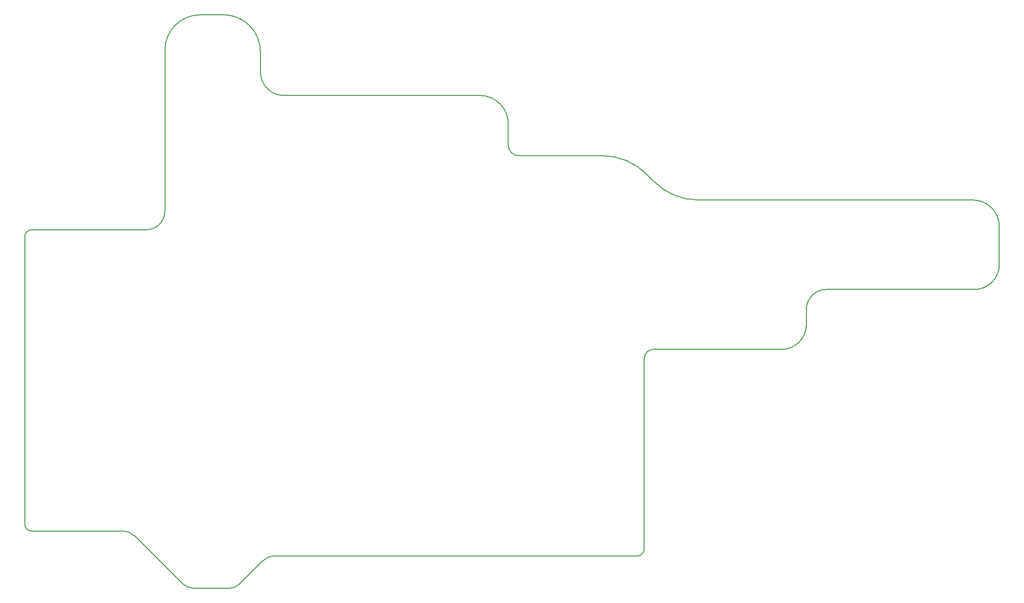
<source format=gko>
G04*
G04 #@! TF.GenerationSoftware,Altium Limited,Altium Designer,21.3.2 (30)*
G04*
G04 Layer_Color=16711935*
%FSTAX25Y25*%
%MOIN*%
G70*
G04*
G04 #@! TF.SameCoordinates,48149F28-A3BA-4D36-B73A-A2ABBD85C276*
G04*
G04*
G04 #@! TF.FilePolarity,Positive*
G04*
G01*
G75*
%ADD14C,0.00500*%
D14*
X0712217Y03072D02*
G03*
X07303Y0325283I0J0018083D01*
G01*
X05729Y02639D02*
G03*
X05908Y02818I0J00179D01*
G01*
X0475176Y0390824D02*
G03*
X0443366Y0404I-003181J-003181D01*
G01*
X0139464Y0094535D02*
G03*
X0148Y0091I0008535J0008535D01*
G01*
X01961Y047928D02*
G03*
X016938Y0506I-002672J0D01*
G01*
X0152711D02*
G03*
X0127Y0480289I0J-0025711D01*
G01*
X02065Y01145D02*
G03*
X0197965Y0110965I0J-0012071D01*
G01*
X0480928Y0385072D02*
G03*
X0512487Y0372I0031559J0031559D01*
G01*
X03753Y04116D02*
G03*
X03829Y0404I00076J0D01*
G01*
X01734Y0091D02*
G03*
X0181253Y0094253I0J0011105D01*
G01*
X0113525Y03504D02*
G03*
X0127Y0363875I0J0013475D01*
G01*
X048025Y02639D02*
G03*
X04736Y025725I0J-000665D01*
G01*
X00306Y03504D02*
G03*
X00257Y03455I0J-00049D01*
G01*
X03753Y0427038D02*
G03*
X03547Y0447638I-00206J0D01*
G01*
X00257Y01375D02*
G03*
X00307Y01325I0005J0D01*
G01*
X07303Y03528D02*
G03*
X07111Y0372I-00192J0D01*
G01*
X04686Y01145D02*
G03*
X04736Y01195I0J0005D01*
G01*
X01961Y046459D02*
G03*
X0213052Y0447638I0016952J0D01*
G01*
X0605158Y03072D02*
G03*
X05908Y0292842I0J-0014358D01*
G01*
X0105035Y0128964D02*
G03*
X00965Y01325I-0008535J-0008535D01*
G01*
X03829Y0404D02*
X0417922Y0404D01*
X0181253Y0094253D02*
X0182218Y0095218D01*
X0148Y0091D02*
X01734D01*
X04901Y02639D02*
X05729Y02639D01*
X0475176Y0390824D02*
X0480928Y0385072D01*
X0127Y0363875D02*
Y0480289D01*
X00257Y01424D02*
Y03455D01*
X07303Y0325283D02*
Y03528D01*
X05908Y02818D02*
Y0292842D01*
X048025Y02639D02*
X04901D01*
X0152711Y0506D02*
X016938D01*
X00306Y03504D02*
X0113525D01*
X04736Y01195D02*
Y025725D01*
X0605158Y03072D02*
X0712217D01*
X0461929Y01145D02*
X04686D01*
X00257Y01375D02*
Y01424D01*
X06831Y0372D02*
X07111D01*
X02065Y01145D02*
X0461929D01*
X00307Y01325D02*
X00965D01*
X0512487Y0372D02*
X06831D01*
X0213052Y0447638D02*
X0227165D01*
X0105035Y0128964D02*
X0139464Y0094535D01*
X0417922Y0404D02*
X0443366Y0404D01*
X03753Y04116D02*
Y0427038D01*
X0182218Y0095218D02*
X0197965Y0110965D01*
X0227165Y0447638D02*
X03547D01*
X01961Y046459D02*
Y047928D01*
M02*

</source>
